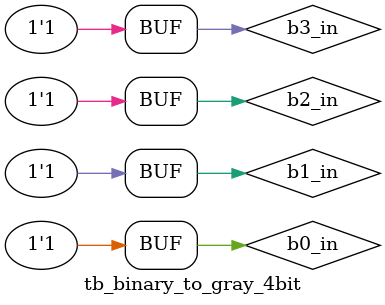
<source format=v>
`timescale 1ns / 1ps


module tb_binary_to_gray_4bit();
reg b0_in;
reg b1_in;
reg b2_in;
reg b3_in;
wire g0_out;
wire g1_out;
wire g2_out;
wire g3_out;


binary_to_gray_4bit DUT(
.b0_in(b0_in),
.b1_in(b1_in),
.b2_in(b2_in),
.b3_in(b3_in),
.g0_out(g0_out),
.g1_out(g1_out),
.g2_out(g2_out),
.g3_out(g3_out)
);
   
initial
    begin
        b0_in=1'b0;
        b1_in=1'b0;
        b2_in=1'b0;
        b3_in=1'b0;
        
        #10
        b0_in=1'b0;
        b1_in=1'b0;
        b2_in=1'b0;
        b3_in=1'b1;
        
        #20
        b0_in=1'b0;
        b1_in=1'b0;
        b2_in=1'b1;
        b3_in=1'b0;
        
        #30
        b0_in=1'b0;
        b1_in=1'b0;
        b2_in=1'b1;
        b3_in=1'b1;
        
        #40
        b0_in=1'b0;
        b1_in=1'b1;
        b2_in=1'b0;
        b3_in=1'b0;
        
        #50
        b0_in=1'b0;
        b1_in=1'b1;
        b2_in=1'b0;
        b3_in=1'b1;
        
        #60
        b0_in=1'b0;
        b1_in=1'b1;
        b2_in=1'b1;
        b3_in=1'b0;
        
        #70
        b0_in=1'b0;
        b1_in=1'b1;
        b2_in=1'b1;
        b3_in=1'b1;
        
        #80
        b0_in=1'b1;
        b1_in=1'b0;
        b2_in=1'b0;
        b3_in=1'b0;
        
        #90
        b0_in=1'b1;
        b1_in=1'b0;
        b2_in=1'b0;
        b3_in=1'b1;
        
        #100
        b0_in=1'b1;
        b1_in=1'b0;
        b2_in=1'b1;
        b3_in=1'b0;
        
        #110
        b0_in=1'b1;
        b1_in=1'b0;
        b2_in=1'b1;
        b3_in=1'b1;
        
        #120
        b0_in=1'b1;
        b1_in=1'b1;
        b2_in=1'b0;
        b3_in=1'b0;
        
        #130
        b0_in=1'b1;
        b1_in=1'b1;
        b2_in=1'b0;
        b3_in=1'b1;
        
        #140
        b0_in=1'b1;
        b1_in=1'b1;
        b2_in=1'b1;
        b3_in=1'b0;
        
        #150
        b0_in=1'b1;
        b1_in=1'b1;
        b2_in=1'b1;
        b3_in=1'b1;
end           
endmodule


</source>
